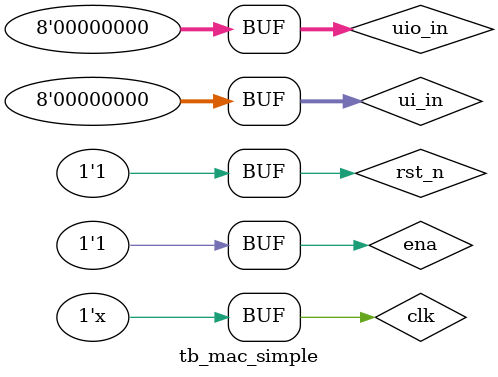
<source format=v>
`timescale 1ns / 1ps

module tb_mac_simple;
    reg clk;
    reg rst_n;
    
    reg [7:0] ui_in;
    wire [7:0] uo_out;
    reg [7:0] uio_in;
    wire [7:0] uio_out;
    wire [7:0] uio_oe;
    reg ena;

    // TinyTapeout top module with 4-bit serial interface
    tt_um_BryanKuang_mac_peripheral dut (
        .ui_in(ui_in),
        .uo_out(uo_out),
        .uio_in(uio_in),
        .uio_out(uio_out),
        .uio_oe(uio_oe),
        .ena(ena),
        .clk(clk),
        .rst_n(rst_n)
    );

    // Clock generation - let cocotb control this
    always #5 clk = ~clk;

    initial begin
        // Initialize signals only
        clk = 0;
        rst_n = 1;
        ena = 1;
        ui_in = 0;
        uio_in = 0;
        
        // Generate VCD for waveform viewing
        $dumpfile("mac_nibble_test.vcd");
        $dumpvars(0, tb_mac_simple);
        
        // Let cocotb control the rest of the simulation
    end

endmodule
</source>
